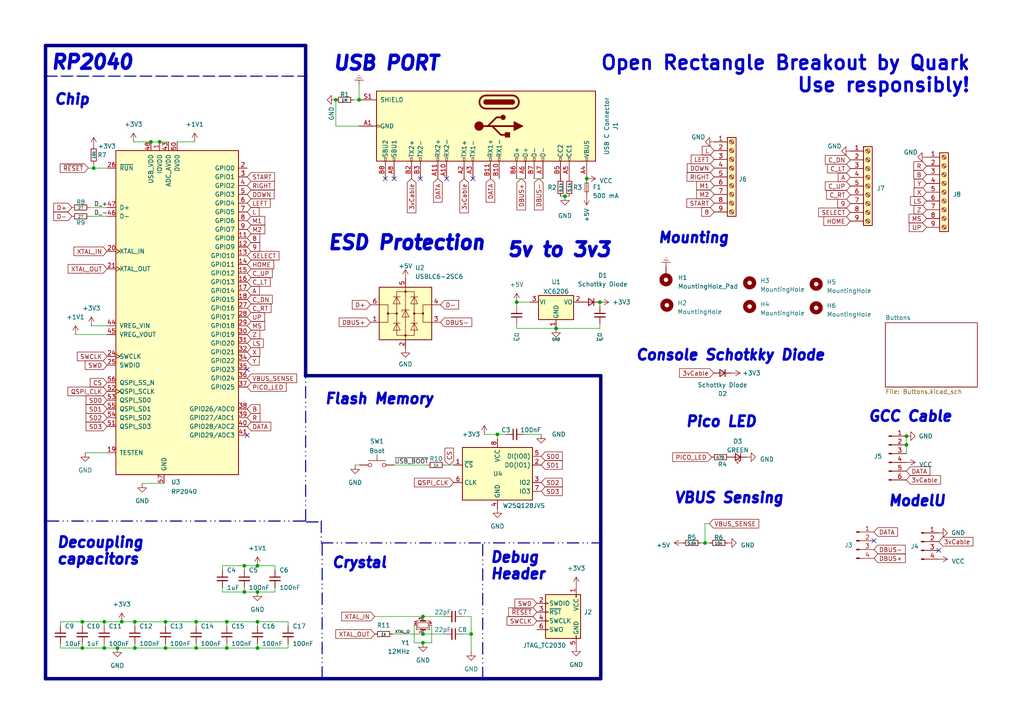
<source format=kicad_sch>
(kicad_sch (version 20230121) (generator eeschema)
  (paper "A4")
  (junction (at 74.676 164.084))
  (junction (at 140.001 196.85))
  (junction (at 39.116 187.96))
  (junction (at 56.896 180.34))
  (junction (at 65.786 187.96))
  (junction (at 104.14 28.956))
  (junction (at 23.876 180.34))
  (junction (at 30.226 180.34))
  (junction (at 35.306 180.34))
  (junction (at 122.682 178.816))
  (junction (at 174.244 157.4631))
  (junction (at 262.89 129.032))
  (junction (at 30.226 187.96))
  (junction (at 262.89 126.492))
  (junction (at 136.652 183.896))
  (junction (at 48.006 180.34))
  (junction (at 34.036 187.96))
  (junction (at 204.47 157.48))
  (junction (at 74.676 180.34))
  (junction (at 46.3108 41.148))
  (junction (at 13.208 22.098))
  (junction (at 149.86 87.63) (diameter 0.9144))
  (junction (at 70.866 164.084))
  (junction (at 122.682 186.436))
  (junction (at 56.896 187.96))
  (junction (at 43.7708 41.148))
  (junction (at 74.676 187.96))
  (junction (at 23.876 187.96))
  (junction (at 170.18 51.816))
  (junction (at 70.866 171.704))
  (junction (at 173.99 87.63))
  (junction (at 74.676 171.704))
  (junction (at 88.646 22.098))
  (junction (at 27.178 48.768))
  (junction (at 144.272 125.984))
  (junction (at 97.409 28.956))
  (junction (at 161.29 95.25) (diameter 0.9144))
  (junction (at 48.006 187.96))
  (junction (at 39.116 180.34))
  (junction (at 122.682 183.896))
  (junction (at 65.786 180.34))
  (junction (at 88.646 108.966))
  (junction (at 163.8554 56.896))
  (no_connect (at 272.288 159.639))
  (no_connect (at 71.7108 107.188))
  (no_connect (at 114.3 51.816))
  (no_connect (at 253.492 156.845))
  (no_connect (at 129.54 51.816))
  (no_connect (at 71.7108 126.238))
  (no_connect (at 137.16 51.816))
  (no_connect (at 111.76 51.816))
  (no_connect (at 121.92 51.816))
  (wire (pts (xy 31.0708 97.028) (xy 21.9014 97.028)))
  (wire (pts (xy 56.896 180.34) (xy 56.896 181.61)))
  (wire (pts (xy 17.526 187.96) (xy 23.876 187.96)))
  (wire (pts (xy 43.7708 41.148) (xy 46.3108 41.148)))
  (wire (pts (xy 136.652 178.816) (xy 136.652 183.896)))
  (wire (pts (xy 64.516 164.084) (xy 64.516 165.354)))
  (wire (pts (xy 56.896 186.69) (xy 56.896 187.96)))
  (wire (pts (xy 24.7208 131.318) (xy 31.0708 131.318)))
  (wire (pts (xy 125.222 181.356) (xy 125.222 186.436)))
  (wire (pts (xy 120.142 181.356) (xy 120.142 186.436)))
  (wire (pts (xy 23.876 187.96) (xy 30.226 187.96)))
  (wire (pts (xy 27.178 47.498) (xy 27.178 48.768)))
  (wire (pts (xy 70.866 164.084) (xy 70.866 165.354)))
  (wire (pts (xy 56.896 187.96) (xy 65.786 187.96)))
  (bus (pts (xy 174.244 157.4631) (xy 174.244 108.966)) (stroke (width 1)))
  (wire (pts (xy 74.676 187.96) (xy 83.566 187.96)))
  (wire (pts (xy 136.652 183.896) (xy 134.112 183.896)))
  (wire (pts (xy 17.526 180.34) (xy 23.876 180.34)))
  (wire (pts (xy 41.2308 140.208) (xy 47.5808 140.208)))
  (wire (pts (xy 114.427 134.874) (xy 123.952 134.874)))
  (wire (pts (xy 64.516 171.704) (xy 70.866 171.704)))
  (wire (pts (xy 102.997 134.874) (xy 104.267 134.874)))
  (wire (pts (xy 161.29 95.25) (xy 149.86 95.25)))
  (wire (pts (xy 129.032 183.896) (xy 122.682 183.896)))
  (wire (pts (xy 25.94 62.738) (xy 31.0708 62.738)))
  (wire (pts (xy 144.272 125.984) (xy 146.812 125.984)))
  (bus (pts (xy 88.646 108.966) (xy 174.244 108.966)) (stroke (width 1)))
  (bus (pts (xy 174.244 157.4631) (xy 174.244 157.48)))
  (wire (pts (xy 30.226 180.34) (xy 35.306 180.34)))
  (bus (pts (xy 88.646 13.208) (xy 88.646 22.098)) (stroke (width 1)))
  (wire (pts (xy 25.94 60.198) (xy 31.0708 60.198)))
  (wire (pts (xy 102.489 28.956) (xy 104.14 28.956)))
  (wire (pts (xy 79.756 164.084) (xy 79.756 165.354)))
  (wire (pts (xy 74.676 180.34) (xy 83.566 180.34)))
  (wire (pts (xy 149.86 87.63) (xy 149.86 88.9)))
  (wire (pts (xy 65.786 186.69) (xy 65.786 187.96)))
  (wire (pts (xy 39.116 187.96) (xy 48.006 187.96)))
  (wire (pts (xy 35.306 180.34) (xy 39.116 180.34)))
  (wire (pts (xy 203.2 157.48) (xy 204.47 157.48)))
  (wire (pts (xy 83.566 180.34) (xy 83.566 181.61)))
  (wire (pts (xy 51.3908 41.148) (xy 56.4708 41.148)))
  (wire (pts (xy 38.6908 41.148) (xy 43.7708 41.148)))
  (wire (pts (xy 39.116 187.96) (xy 39.116 186.69)))
  (wire (pts (xy 65.786 180.34) (xy 74.676 180.34)))
  (wire (pts (xy 74.676 171.704) (xy 79.756 171.704)))
  (wire (pts (xy 34.036 187.96) (xy 39.116 187.96)))
  (wire (pts (xy 48.006 180.34) (xy 48.006 181.61)))
  (wire (pts (xy 39.116 180.34) (xy 39.116 181.61)))
  (wire (pts (xy 83.566 187.96) (xy 83.566 186.69)))
  (wire (pts (xy 39.116 180.34) (xy 48.006 180.34)))
  (bus (pts (xy 140.001 196.85) (xy 174.244 196.85)) (stroke (width 1)))
  (bus (pts (xy 88.646 151.13) (xy 88.646 108.966)) (stroke (width 0) (type dash_dot_dot)))
  (wire (pts (xy 125.222 186.436) (xy 122.682 186.436)))
  (wire (pts (xy 74.676 164.084) (xy 79.756 164.084)))
  (bus (pts (xy 93.1852 151.13) (xy 93.1852 157.4631)) (stroke (width 0) (type dash_dot_dot)))
  (wire (pts (xy 108.712 178.816) (xy 122.682 178.816)))
  (wire (pts (xy 204.47 157.48) (xy 205.9178 157.48)))
  (wire (pts (xy 144.272 125.984) (xy 144.272 127.254)))
  (wire (pts (xy 104.14 24.511) (xy 104.14 28.956)))
  (wire (pts (xy 70.866 171.704) (xy 74.676 171.704)))
  (wire (pts (xy 30.226 180.34) (xy 23.876 180.34)))
  (wire (pts (xy 149.86 93.98) (xy 149.86 95.25)))
  (wire (pts (xy 30.226 180.34) (xy 30.226 181.61)))
  (wire (pts (xy 48.006 187.96) (xy 56.896 187.96)))
  (wire (pts (xy 262.89 129.032) (xy 262.89 131.572)))
  (wire (pts (xy 70.866 170.434) (xy 70.866 171.704)))
  (wire (pts (xy 162.56 56.896) (xy 163.8554 56.896)))
  (wire (pts (xy 129.032 134.874) (xy 131.572 134.874)))
  (wire (pts (xy 173.99 93.9546) (xy 173.99 95.25)))
  (wire (pts (xy 134.112 178.816) (xy 136.652 178.816)))
  (wire (pts (xy 97.409 36.576) (xy 97.409 28.956)))
  (wire (pts (xy 151.892 125.984) (xy 156.972 125.984)))
  (wire (pts (xy 74.676 180.34) (xy 74.676 181.61)))
  (bus (pts (xy 93.1852 157.4631) (xy 174.244 157.4631)) (stroke (width 0) (type dash_dot_dot)))
  (wire (pts (xy 120.142 186.436) (xy 122.682 186.436)))
  (wire (pts (xy 25.6351 48.768) (xy 27.178 48.768)))
  (wire (pts (xy 157.48 51.816) (xy 154.94 51.816)))
  (wire (pts (xy 48.006 187.96) (xy 48.006 186.69)))
  (wire (pts (xy 79.756 171.704) (xy 79.756 170.434)))
  (wire (pts (xy 70.866 164.084) (xy 64.516 164.084)))
  (wire (pts (xy 26.5242 94.488) (xy 31.0708 94.488)))
  (bus (pts (xy 13.208 22.098) (xy 88.646 22.098)) (stroke (width 0) (type dash)))
  (wire (pts (xy 140.462 125.984) (xy 144.272 125.984)))
  (bus (pts (xy 13.716 151.13) (xy 88.646 151.13)) (stroke (width 0) (type dash_dot_dot)))
  (wire (pts (xy 262.89 126.492) (xy 262.89 129.032)))
  (bus (pts (xy 174.244 196.85) (xy 174.244 157.4631)) (stroke (width 1)))
  (bus (pts (xy 88.646 22.098) (xy 88.646 108.966)) (stroke (width 1)))
  (wire (pts (xy 56.896 180.34) (xy 65.786 180.34)))
  (wire (pts (xy 17.526 181.61) (xy 17.526 180.34)))
  (wire (pts (xy 65.786 187.96) (xy 74.676 187.96)))
  (wire (pts (xy 46.3108 41.148) (xy 48.8508 41.148)))
  (wire (pts (xy 74.676 187.96) (xy 74.676 186.69)))
  (wire (pts (xy 163.8554 56.896) (xy 165.1 56.896)))
  (wire (pts (xy 17.526 186.69) (xy 17.526 187.96)))
  (wire (pts (xy 27.178 48.768) (xy 31.0708 48.768)))
  (wire (pts (xy 74.676 164.084) (xy 70.866 164.084)))
  (wire (pts (xy 97.409 36.576) (xy 104.14 36.576)))
  (wire (pts (xy 205.74 151.892) (xy 204.47 151.892)))
  (bus (pts (xy 140.001 196.85) (xy 140.001 157.48)) (stroke (width 0) (type dash_dot_dot)))
  (wire (pts (xy 23.876 180.34) (xy 23.876 181.61)))
  (wire (pts (xy 204.47 151.892) (xy 204.47 157.48)))
  (bus (pts (xy 13.208 13.208) (xy 13.208 22.098)) (stroke (width 1)))
  (wire (pts (xy 65.786 180.34) (xy 65.786 181.61)))
  (wire (pts (xy 30.226 186.69) (xy 30.226 187.96)))
  (wire (pts (xy 64.516 170.434) (xy 64.516 171.704)))
  (bus (pts (xy 93.4392 157.7171) (xy 93.4392 197.104)) (stroke (width 0) (type dash_dot_dot)))
  (wire (pts (xy 129.032 178.816) (xy 122.682 178.816)))
  (wire (pts (xy 173.99 88.8746) (xy 173.99 87.63)))
  (wire (pts (xy 122.682 183.896) (xy 113.792 183.896)))
  (wire (pts (xy 30.226 187.96) (xy 34.036 187.96)))
  (wire (pts (xy 23.876 186.69) (xy 23.876 187.96)))
  (bus (pts (xy 13.208 196.85) (xy 140.001 196.85)) (stroke (width 1)))
  (wire (pts (xy 136.652 183.896) (xy 136.652 188.976)))
  (bus (pts (xy 13.208 13.208) (xy 88.646 13.208)) (stroke (width 1)))
  (wire (pts (xy 48.006 180.34) (xy 56.896 180.34)))
  (bus (pts (xy 13.208 22.098) (xy 13.208 196.85)) (stroke (width 1)))
  (wire (pts (xy 161.29 95.25) (xy 173.99 95.25)))
  (wire (pts (xy 152.4 51.816) (xy 149.86 51.816)))
  (wire (pts (xy 149.86 87.63) (xy 153.67 87.63)))
  (bus (pts (xy 88.9 151.384) (xy 93.4392 151.384)) (stroke (width 0) (type dash_dot_dot)))
  (text "Console Schotkky Diode" (at 184.15 104.902 0) (effects (font (size 3 3) (thickness 2) bold italic) (justify left bottom)))
  (text "Crystal" (at 96.012 165.1 0) (effects (font (size 3 3) (thickness 2) bold italic) (justify left bottom)))
  (text "USB PORT" (at 96.266 20.828 0) (effects (font (size 4 4) (thickness 2) bold italic) (justify left bottom)))
  (text "Flash Memory" (at 93.98 117.602 0) (effects (font (size 3 3) (thickness 2) bold italic) (justify left bottom)))
  (text "ModelU" (at 257.429 147.193 0) (effects (font (size 3 3) (thickness 2) bold italic) (justify left bottom)))
  (text "Pico LED" (at 198.628 124.206 0) (effects (font (size 3 3) (thickness 2) bold italic) (justify left bottom)))
  (text "Mounting" (at 190.627 70.866 0) (effects (font (size 3 3) (thickness 2) bold italic) (justify left bottom)))
  (text "Open Rectangle Breakout by Quark\nUse responsibly!" (at 281.686 27.178 0) (effects (font (size 4 4) (thickness 0.8) bold) (justify right bottom)))
  (text "RP2040" (at 14.478 20.574 0) (effects (font (size 4 4) (thickness 2) bold italic) (justify left bottom)))
  (text "GCC Cable" (at 251.587 122.682 0) (effects (font (size 3 3) (thickness 2) bold italic) (justify left bottom)))
  (text "Debug\nHeader" (at 141.986 168.402 0) (effects (font (size 3 3) (thickness 2) bold italic) (justify left bottom)))
  (text "VBUS Sensing" (at 195.326 146.304 0) (effects (font (size 3 3) (thickness 2) bold italic) (justify left bottom)))
  (text "Chip" (at 15.494 30.734 0) (effects (font (size 3 3) (thickness 2) bold italic) (justify left bottom)))
  (text "5v to 3v3" (at 146.812 74.93 0) (effects (font (size 4 4) (thickness 2) bold italic) (justify left bottom)))
  (text "ESD Protection" (at 94.742 72.898 0) (effects (font (size 4 4) (thickness 2) bold italic) (justify left bottom)))
  (text "Decoupling\ncapacitors" (at 16.256 164.084 0) (effects (font (size 3 3) (thickness 2) bold italic) (justify left bottom)))
  (label "D_+" (at 27.2608 60.198 0))
  (label "~{USB_BOOT}" (at 114.427 134.874 0))
  (label "D_-" (at 27.2608 62.738 0))
  (label "XTAL_O" (at 118.872 183.896 180) (effects (font (size 0.8 0.8))))
  (global_label "C_DN" (shape input) (at 246.634 46.355 180) (property "Intersheetrefs" "${INTERSHEET_REFS}" (effects hide)))
  (global_label "D+" (shape input) (at 107.442 88.392 180) (property "Intersheetrefs" "${INTERSHEET_REFS}" (effects hide)))
  (global_label "R" (shape input) (at 268.732 48.133 180) (property "Intersheetrefs" "${INTERSHEET_REFS}" (effects hide)))
  (global_label "9" (shape input) (at 71.7108 71.628 0) (property "Intersheetrefs" "${INTERSHEET_REFS}" (effects hide)))
  (global_label "C_UP" (shape input) (at 71.7108 79.248 0) (property "Intersheetrefs" "${INTERSHEET_REFS}" (effects hide)))
  (global_label "DATA" (shape input) (at 253.492 154.305 0) (property "Intersheetrefs" "${INTERSHEET_REFS}" (effects hide)))
  (global_label "3vCable" (shape input) (at 134.62 51.816 270) (property "Intersheetrefs" "${INTERSHEET_REFS}" (effects hide)))
  (global_label "~{RESET}" (shape input) (at 155.702 177.546 180) (property "Intersheetrefs" "${INTERSHEET_REFS}" (effects hide)))
  (global_label "SWD" (shape input) (at 155.702 175.006 180) (property "Intersheetrefs" "${INTERSHEET_REFS}" (effects hide)))
  (global_label "SD0" (shape input) (at 31.0708 116.078 180) (property "Intersheetrefs" "${INTERSHEET_REFS}" (effects hide)))
  (global_label "START" (shape input) (at 71.7108 51.308 0) (property "Intersheetrefs" "${INTERSHEET_REFS}" (effects hide)))
  (global_label "QSPI_CLK" (shape input) (at 131.572 139.954 180) (property "Intersheetrefs" "${INTERSHEET_REFS}" (effects hide)))
  (global_label "LS" (shape input) (at 268.732 58.293 180) (property "Intersheetrefs" "${INTERSHEET_REFS}" (effects hide)))
  (global_label "SD0" (shape input) (at 156.972 132.334 0) (property "Intersheetrefs" "${INTERSHEET_REFS}" (effects hide)))
  (global_label "D-" (shape input) (at 20.86 62.738 180) (property "Intersheetrefs" "${INTERSHEET_REFS}" (effects hide)))
  (global_label "DATA" (shape input) (at 71.7108 123.698 0) (property "Intersheetrefs" "${INTERSHEET_REFS}" (effects hide)))
  (global_label "SWD" (shape input) (at 31.0708 105.918 180) (property "Intersheetrefs" "${INTERSHEET_REFS}" (effects hide)))
  (global_label "SD3" (shape input) (at 156.972 142.494 0) (property "Intersheetrefs" "${INTERSHEET_REFS}" (effects hide)))
  (global_label "M1" (shape input) (at 71.7108 64.008 0) (property "Intersheetrefs" "${INTERSHEET_REFS}" (effects hide)))
  (global_label "PICO_LED" (shape input) (at 71.7108 112.268 0) (property "Intersheetrefs" "${INTERSHEET_REFS}" (effects hide)))
  (global_label "X" (shape input) (at 268.732 55.753 180) (property "Intersheetrefs" "${INTERSHEET_REFS}" (effects hide)))
  (global_label "RIGHT" (shape input) (at 207.137 51.308 180) (property "Intersheetrefs" "${INTERSHEET_REFS}" (effects hide)))
  (global_label "PICO_LED" (shape input) (at 206.4258 132.588 180) (property "Intersheetrefs" "${INTERSHEET_REFS}" (effects hide)))
  (global_label "VBUS_SENSE" (shape input) (at 205.74 151.892 0) (property "Intersheetrefs" "${INTERSHEET_REFS}" (effects hide)))
  (global_label "DATA" (shape input) (at 262.89 136.652 0) (property "Intersheetrefs" "${INTERSHEET_REFS}" (effects hide)))
  (global_label "MS" (shape input) (at 71.7108 94.488 0) (property "Intersheetrefs" "${INTERSHEET_REFS}" (effects hide)))
  (global_label "DATA" (shape input) (at 142.24 51.816 270) (property "Intersheetrefs" "${INTERSHEET_REFS}" (effects hide)))
  (global_label "SD1" (shape input) (at 31.0708 118.618 180) (property "Intersheetrefs" "${INTERSHEET_REFS}" (effects hide)))
  (global_label "M2" (shape input) (at 207.137 56.388 180) (property "Intersheetrefs" "${INTERSHEET_REFS}" (effects hide)))
  (global_label "M1" (shape input) (at 207.137 53.848 180) (property "Intersheetrefs" "${INTERSHEET_REFS}" (effects hide)))
  (global_label "MS" (shape input) (at 268.732 63.373 180) (property "Intersheetrefs" "${INTERSHEET_REFS}" (effects hide)))
  (global_label "SD3" (shape input) (at 31.0708 123.698 180) (property "Intersheetrefs" "${INTERSHEET_REFS}" (effects hide)))
  (global_label "HOME" (shape input) (at 71.7108 76.708 0) (property "Intersheetrefs" "${INTERSHEET_REFS}" (effects hide)))
  (global_label "XTAL_OUT" (shape input) (at 31.0708 77.978 180) (property "Intersheetrefs" "${INTERSHEET_REFS}" (effects hide)))
  (global_label "C_LT" (shape input) (at 71.7108 81.788 0) (property "Intersheetrefs" "${INTERSHEET_REFS}" (effects hide)))
  (global_label "DBUS-" (shape input) (at 127.762 93.472 0) (property "Intersheetrefs" "${INTERSHEET_REFS}" (effects hide)))
  (global_label "DBUS-" (shape input) (at 253.492 159.385 0) (property "Intersheetrefs" "${INTERSHEET_REFS}" (effects hide)))
  (global_label "SELECT" (shape input) (at 246.634 61.595 180) (property "Intersheetrefs" "${INTERSHEET_REFS}" (effects hide)))
  (global_label "R" (shape input) (at 71.7108 121.158 0) (property "Intersheetrefs" "${INTERSHEET_REFS}" (effects hide)))
  (global_label "A" (shape input) (at 71.7108 84.328 0) (property "Intersheetrefs" "${INTERSHEET_REFS}" (effects hide)))
  (global_label "Z" (shape input) (at 268.732 60.833 180) (property "Intersheetrefs" "${INTERSHEET_REFS}" (effects hide)))
  (global_label "D-" (shape input) (at 127.762 88.392 0) (property "Intersheetrefs" "${INTERSHEET_REFS}" (effects hide)))
  (global_label "M2" (shape input) (at 71.7108 66.548 0) (property "Intersheetrefs" "${INTERSHEET_REFS}" (effects hide)))
  (global_label "CS" (shape input) (at 31.0708 110.998 180) (property "Intersheetrefs" "${INTERSHEET_REFS}" (effects hide)))
  (global_label "A" (shape input) (at 246.634 51.435 180) (property "Intersheetrefs" "${INTERSHEET_REFS}" (effects hide)))
  (global_label "SD2" (shape input) (at 156.972 139.954 0) (property "Intersheetrefs" "${INTERSHEET_REFS}" (effects hide)))
  (global_label "L" (shape input) (at 207.137 43.688 180) (property "Intersheetrefs" "${INTERSHEET_REFS}" (effects hide)))
  (global_label "B" (shape input) (at 268.732 50.673 180) (property "Intersheetrefs" "${INTERSHEET_REFS}" (effects hide)))
  (global_label "L" (shape input) (at 71.7108 61.468 0) (property "Intersheetrefs" "${INTERSHEET_REFS}" (effects hide)))
  (global_label "DBUS+" (shape input) (at 253.492 161.925 0) (property "Intersheetrefs" "${INTERSHEET_REFS}" (effects hide)))
  (global_label "3vCable" (shape input) (at 207.01 108.204 180) (property "Intersheetrefs" "${INTERSHEET_REFS}" (effects hide)))
  (global_label "8" (shape input) (at 71.7108 69.088 0) (property "Intersheetrefs" "${INTERSHEET_REFS}" (effects hide)))
  (global_label "DBUS-" (shape input) (at 156.2608 51.816 270) (property "Intersheetrefs" "${INTERSHEET_REFS}" (effects hide)))
  (global_label "Z" (shape input) (at 71.7108 97.028 0) (property "Intersheetrefs" "${INTERSHEET_REFS}" (effects hide)))
  (global_label "CS" (shape input) (at 130.302 134.874 90) (property "Intersheetrefs" "${INTERSHEET_REFS}" (effects hide)))
  (global_label "3vCable" (shape input) (at 262.89 139.192 0) (property "Intersheetrefs" "${INTERSHEET_REFS}" (effects hide)))
  (global_label "C_RT" (shape input) (at 71.7108 89.408 0) (property "Intersheetrefs" "${INTERSHEET_REFS}" (effects hide)))
  (global_label "C_DN" (shape input) (at 71.7108 86.868 0) (property "Intersheetrefs" "${INTERSHEET_REFS}" (effects hide)))
  (global_label "SELECT" (shape input) (at 71.7108 74.168 0) (property "Intersheetrefs" "${INTERSHEET_REFS}" (effects hide)))
  (global_label "XTAL_IN" (shape input) (at 31.0708 72.898 180) (property "Intersheetrefs" "${INTERSHEET_REFS}" (effects hide)))
  (global_label "VBUS_SENSE" (shape input) (at 71.7108 109.728 0) (property "Intersheetrefs" "${INTERSHEET_REFS}" (effects hide)))
  (global_label "DOWN" (shape input) (at 207.137 48.768 180) (property "Intersheetrefs" "${INTERSHEET_REFS}" (effects hide)))
  (global_label "RIGHT" (shape input) (at 71.7108 53.848 0) (property "Intersheetrefs" "${INTERSHEET_REFS}" (effects hide)))
  (global_label "D+" (shape input) (at 20.86 60.198 180) (property "Intersheetrefs" "${INTERSHEET_REFS}" (effects hide)))
  (global_label "HOME" (shape input) (at 246.634 64.135 180) (property "Intersheetrefs" "${INTERSHEET_REFS}" (effects hide)))
  (global_label "3vCable" (shape input) (at 272.288 157.099 0) (property "Intersheetrefs" "${INTERSHEET_REFS}" (effects hide)))
  (global_label "QSPI_CLK" (shape input) (at 31.0708 113.538 180) (property "Intersheetrefs" "${INTERSHEET_REFS}" (effects hide)))
  (global_label "START" (shape input) (at 207.137 58.928 180) (property "Intersheetrefs" "${INTERSHEET_REFS}" (effects hide)))
  (global_label "B" (shape input) (at 71.7108 118.618 0) (property "Intersheetrefs" "${INTERSHEET_REFS}" (effects hide)))
  (global_label "DBUS+" (shape input) (at 107.442 93.472 180) (property "Intersheetrefs" "${INTERSHEET_REFS}" (effects hide)))
  (global_label "8" (shape input) (at 207.137 61.468 180) (property "Intersheetrefs" "${INTERSHEET_REFS}" (effects hide)))
  (global_label "DBUS+" (shape input) (at 151.1808 51.816 270) (property "Intersheetrefs" "${INTERSHEET_REFS}" (effects hide)))
  (global_label "C_RT" (shape input) (at 246.634 56.515 180) (property "Intersheetrefs" "${INTERSHEET_REFS}" (effects hide)))
  (global_label "~{RESET}" (shape input) (at 25.6351 48.768 180) (property "Intersheetrefs" "${INTERSHEET_REFS}" (effects hide)))
  (global_label "C_LT" (shape input) (at 246.634 48.895 180) (property "Intersheetrefs" "${INTERSHEET_REFS}" (effects hide)))
  (global_label "XTAL_OUT" (shape input) (at 108.712 183.896 180) (property "Intersheetrefs" "${INTERSHEET_REFS}" (effects hide)))
  (global_label "3vCable" (shape input) (at 119.38 51.816 270) (property "Intersheetrefs" "${INTERSHEET_REFS}" (effects hide)))
  (global_label "SWCLK" (shape input) (at 31.0708 103.378 180) (property "Intersheetrefs" "${INTERSHEET_REFS}" (effects hide)))
  (global_label "LS" (shape input) (at 71.7108 99.568 0) (property "Intersheetrefs" "${INTERSHEET_REFS}" (effects hide)))
  (global_label "LEFT" (shape input) (at 71.7108 58.928 0) (property "Intersheetrefs" "${INTERSHEET_REFS}" (effects hide)))
  (global_label "C_UP" (shape input) (at 246.634 53.975 180) (property "Intersheetrefs" "${INTERSHEET_REFS}" (effects hide)))
  (global_label "SD2" (shape input) (at 31.0708 121.158 180) (property "Intersheetrefs" "${INTERSHEET_REFS}" (effects hide)))
  (global_label "Y" (shape input) (at 71.7108 104.648 0) (property "Intersheetrefs" "${INTERSHEET_REFS}" (effects hide)))
  (global_label "SWCLK" (shape input) (at 155.702 180.086 180) (property "Intersheetrefs" "${INTERSHEET_REFS}" (effects hide)))
  (global_label "DOWN" (shape input) (at 71.7108 56.388 0) (property "Intersheetrefs" "${INTERSHEET_REFS}" (effects hide)))
  (global_label "UP" (shape input) (at 268.732 65.913 180) (property "Intersheetrefs" "${INTERSHEET_REFS}" (effects hide)))
  (global_label "SD1" (shape input) (at 156.972 134.874 0) (property "Intersheetrefs" "${INTERSHEET_REFS}" (effects hide)))
  (global_label "LEFT" (shape input) (at 207.137 46.228 180) (property "Intersheetrefs" "${INTERSHEET_REFS}" (effects hide)))
  (global_label "DATA" (shape input) (at 127 51.816 270) (property "Intersheetrefs" "${INTERSHEET_REFS}" (effects hide)))
  (global_label "UP" (shape input) (at 71.7108 91.948 0) (property "Intersheetrefs" "${INTERSHEET_REFS}" (effects hide)))
  (global_label "X" (shape input) (at 71.7108 102.108 0) (property "Intersheetrefs" "${INTERSHEET_REFS}" (effects hide)))
  (global_label "XTAL_IN" (shape input) (at 108.712 178.816 180) (property "Intersheetrefs" "${INTERSHEET_REFS}" (effects hide)))
  (global_label "9" (shape input) (at 246.634 59.055 180) (property "Intersheetrefs" "${INTERSHEET_REFS}" (effects hide)))
  (global_label "Y" (shape input) (at 268.732 53.213 180) (property "Intersheetrefs" "${INTERSHEET_REFS}" (effects hide)))
  (symbol (lib_id "Device:R_Small") (at 200.66 157.48 90) (unit 1)
    (property "Reference" "R5" (at 201.9647 155.8771 90) (effects (justify left)))
    (property "Value" "5.6k" (at 202.0165 157.5469 90) (effects (font (size 0.8 0.8)) (justify left)))
    (property "Footprint" "Resistor_SMD:R_0402_1005Metric" (effects hide))
  )
  (symbol (lib_id "Device:R_Small") (at 23.4 62.738 90) (unit 1)
    (property "Reference" "R9" (at 23.4 64.6176 90))
    (property "Value" "27" (at 23.4 62.8396 90) (effects (font (size 0.8 0.8))))
    (property "Footprint" "Resistor_SMD:R_0603_1608Metric" (effects hide))
    (property "LCSC" "C25190" (effects hide))
  )
  (symbol (lib_id "power:GND") (at 216.5858 132.588 90) (unit 1)
    (property "Reference" "#PWR018" (effects hide))
    (property "Value" "GND" (at 220.3958 133.223 90) (effects (justify right)))
  )
  (symbol (lib_id "Sleep-lib:RP2040") (at 51.3908 91.948 0) (unit 1)
    (property "Reference" "U3" (at 49.6002 139.8175 0) (effects (justify left)))
    (property "Value" "RP2040" (at 49.6002 142.5926 0) (effects (justify left)))
    (property "Footprint" "footprints:RP2040-QFN-56" (effects hide))
    (property "Datasheet" "https://datasheets.raspberrypi.com/rp2040/rp2040-datasheet.pdf" (effects hide))
    (property "LCSC" "C2040" (effects hide))
  )
  (symbol (lib_id "power:GND") (at 102.997 134.874 0) (unit 1)
    (property "Reference" "#PWR019" (effects hide))
    (property "Value" "GND" (at 102.997 139.954 0))
  )
  (symbol (lib_id "Device:Fuse_Small") (at 170.18 54.356 270) (unit 1)
    (property "Reference" "F1" (at 171.9072 54.2544 90) (effects (justify left)))
    (property "Value" "500 mA" (at 171.9072 56.7944 90) (effects (justify left)))
    (property "Footprint" "Fuse:Fuse_1206_3216Metric" (effects hide))
  )
  (symbol (lib_id "power:GND") (at 246.634 43.815 270) (unit 1)
    (property "Reference" "#PWR040" (effects hide))
    (property "Value" "GND" (at 244.094 42.418 90) (effects (justify right)))
  )
  (symbol (lib_id "Device:C_Small") (at 70.866 167.894 0) (unit 1)
    (property "Reference" "C5" (at 72.136 165.3539 0) (effects (justify left)))
    (property "Value" "100nF" (at 72.136 170.4339 0) (effects (justify left)))
    (property "Footprint" "Capacitor_SMD:C_0402_1005Metric" (effects hide))
    (property "LCSC" "C1525" (effects hide))
  )
  (symbol (lib_id "Device:D_Small") (at 171.45 87.63 180) (unit 1)
    (property "Reference" "D1" (at 174.8028 79.883 0))
    (property "Value" "Schottky Diode" (at 174.8028 82.423 0))
    (property "Footprint" "Diode_SMD:D_SOD-123" (effects hide))
    (property "LCSC" "C130880" (effects hide))
  )
  (symbol (lib_id "power:Earth") (at 104.14 24.511 180) (unit 1)
    (property "Reference" "#PWR037" (effects hide))
    (property "Value" "Earth" (effects hide))
  )
  (symbol (lib_id "Device:C_Small") (at 56.896 184.15 0) (unit 1)
    (property "Reference" "C14" (at 58.166 181.6099 0) (effects (justify left)))
    (property "Value" "100nF" (at 58.166 186.6899 0) (effects (justify left)))
    (property "Footprint" "Capacitor_SMD:C_0402_1005Metric" (effects hide))
    (property "LCSC" "C1525" (effects hide))
  )
  (symbol (lib_id "Device:Crystal_GND24_Small") (at 122.682 181.356 270) (mirror x) (unit 1)
    (property "Reference" "Y1" (at 118.872 186.436 90) (effects (justify right)))
    (property "Value" "12MHz" (at 118.872 188.976 90) (effects (justify right)))
    (property "Footprint" "Crystal:Crystal_SMD_3225-4Pin_3.2x2.5mm" (effects hide))
    (property "LCSC" "C9002" (effects hide))
  )
  (symbol (lib_id "power:+1V1") (at 21.9014 97.028 0) (unit 1)
    (property "Reference" "#PWR012" (effects hide))
    (property "Value" "+1V1" (at 21.9014 91.948 0))
  )
  (symbol (lib_id "Device:C_Small") (at 149.86 91.44 180) (unit 1)
    (property "Reference" "C2" (at 149.86 97.155 0) (effects (font (size 0.762 0.762))))
    (property "Value" "1uF" (at 149.86 98.425 0) (effects (font (size 0.762 0.762))))
    (property "Footprint" "Capacitor_SMD:C_0402_1005Metric" (effects hide))
    (property "LCSC" "C52923" (effects hide))
  )
  (symbol (lib_id "marbastlib-various:JTAG_TC2030") (at 162.052 180.086 0) (unit 1)
    (property "Reference" "J2" (at 169.3418 177.5459 0) (effects (justify left)))
    (property "Value" "JTAG_TC2030" (at 151.638 187.198 0) (effects (justify left)))
    (property "Footprint" "marbastlib-various:CON_TC2030_outlined" (effects hide))
    (property "Datasheet" " ~" (effects hide))
  )
  (symbol (lib_id "Device:C_Small") (at 149.352 125.984 90) (unit 1)
    (property "Reference" "C3" (at 148.0819 124.714 90) (effects (justify left)))
    (property "Value" "100nF" (at 156.9719 124.714 90) (effects (justify left)))
    (property "Footprint" "Capacitor_SMD:C_0402_1005Metric" (effects hide))
    (property "LCSC" "C1525" (effects hide))
  )
  (symbol (lib_id "Mechanical:MountingHole") (at 236.728 89.281 0) (unit 1)
    (property "Reference" "H6" (at 239.776 88.646 0) (effects (justify left)))
    (property "Value" "MountingHole" (at 239.776 91.186 0) (effects (justify left)))
    (property "Footprint" "MountingHole:MountingHole_2.1mm" (effects hide))
  )
  (symbol (lib_id "Connector:Screw_Terminal_01x09") (at 212.217 51.308 0) (unit 1)
    (property "Reference" "J6" (at 214.249 51.943 0) (effects (justify left)))
    (property "Value" "Screw_Terminal_01x09" (effects hide))
    (property "Footprint" "Connector_PinHeader_2.54mm:PinHeader_1x09_P2.54mm_Vertical" (effects hide))
  )
  (symbol (lib_id "Mechanical:MountingHole") (at 217.424 88.9 0) (unit 1)
    (property "Reference" "H4" (at 220.472 88.265 0) (effects (justify left)))
    (property "Value" "MountingHole" (at 220.472 90.805 0) (effects (justify left)))
    (property "Footprint" "MountingHole:MountingHole_2.1mm" (effects hide))
  )
  (symbol (lib_id "power:+3V3") (at 167.132 169.926 0) (unit 1)
    (property "Reference" "#PWR025" (effects hide))
    (property "Value" "+3V3" (at 167.132 164.846 0))
  )
  (symbol (lib_id "Connector:Conn_01x04_Pin") (at 248.412 156.845 0) (unit 1)
    (property "Reference" "J3" (at 246.126 158.115 0))
    (property "Value" "Conn_01x04_Pin" (effects hide))
    (property "Footprint" "Connector_PinHeader_2.54mm:PinHeader_1x04_P2.54mm_Vertical" (effects hide))
  )
  (symbol (lib_id "Device:R_Small") (at 111.252 183.896 270) (mirror x) (unit 1)
    (property "Reference" "R11" (at 111.252 181.356 90))
    (property "Value" "1k" (at 111.252 183.9909 90) (effects (font (size 0.8 0.8))))
    (property "Footprint" "Resistor_SMD:R_0402_1005Metric" (effects hide))
    (property "LCSC" "C11702" (effects hide))
  )
  (symbol (lib_id "power:GND") (at 41.2308 140.208 0) (unit 1)
    (property "Reference" "#PWR020" (effects hide))
    (property "Value" "GND" (at 41.2308 145.288 0))
  )
  (symbol (lib_id "Device:R_Small") (at 162.56 54.356 180) (unit 1)
    (property "Reference" "R2" (at 161.4931 54.356 0) (effects (justify left)))
    (property "Value" "5.1k" (at 162.6616 53.0352 90) (effects (font (size 0.8 0.8)) (justify left)))
    (property "Footprint" "Resistor_SMD:R_0402_1005Metric" (effects hide))
    (property "LCSC" "C25744" (effects hide))
  )
  (symbol (lib_id "Device:R_Small") (at 23.4 60.198 90) (unit 1)
    (property "Reference" "R8" (at 23.4 58.6486 90))
    (property "Value" "27" (at 23.4 60.2996 90) (effects (font (size 0.8 0.8))))
    (property "Footprint" "Resistor_SMD:R_0603_1608Metric" (effects hide))
    (property "LCSC" "C25190" (effects hide))
  )
  (symbol (lib_id "power:+3V3") (at 27.178 42.418 0) (unit 1)
    (property "Reference" "#PWR04" (effects hide))
    (property "Value" "+3V3" (at 30.988 42.418 0))
  )
  (symbol (lib_id "Device:R_Small") (at 208.4578 157.48 90) (unit 1)
    (property "Reference" "R6" (at 209.7949 155.9071 90) (effects (justify left)))
    (property "Value" "10k" (at 209.5918 157.5916 90) (effects (font (size 0.8 0.8)) (justify left)))
    (property "Footprint" "Resistor_SMD:R_0402_1005Metric" (effects hide))
  )
  (symbol (lib_id "Device:C_Small") (at 173.99 91.4146 180) (unit 1)
    (property "Reference" "C1" (at 173.99 97.1296 0) (effects (font (size 0.762 0.762))))
    (property "Value" "1uF" (at 173.99 98.3996 0) (effects (font (size 0.762 0.762))))
    (property "Footprint" "Capacitor_SMD:C_0402_1005Metric" (effects hide))
    (property "LCSC" "C52923" (effects hide))
  )
  (symbol (lib_id "power:GND") (at 272.288 154.559 90) (unit 1)
    (property "Reference" "#PWR032" (effects hide))
    (property "Value" "GND" (at 275.844 154.559 90) (effects (justify right)))
  )
  (symbol (lib_id "Device:C_Small") (at 79.756 167.894 0) (unit 1)
    (property "Reference" "C6" (at 81.026 165.3539 0) (effects (justify left)))
    (property "Value" "100nF" (at 81.026 170.4339 0) (effects (justify left)))
    (property "Footprint" "Capacitor_SMD:C_0402_1005Metric" (effects hide))
    (property "LCSC" "C1525" (effects hide))
  )
  (symbol (lib_id "Device:D_Small") (at 209.55 108.204 180) (unit 1)
    (property "Reference" "D2" (at 209.55 114.1984 0))
    (property "Value" "Schottky Diode" (at 209.55 111.6584 0))
    (property "Footprint" "Diode_SMD:D_SOD-123" (effects hide))
    (property "LCSC" "C130880" (effects hide))
  )
  (symbol (lib_id "power:+3V3") (at 35.306 180.34 0) (unit 1)
    (property "Reference" "#PWR027" (effects hide))
    (property "Value" "+3V3" (at 35.306 175.26 0))
  )
  (symbol (lib_id "Connector:Conn_01x06_Pin") (at 257.81 131.572 0) (unit 1)
    (property "Reference" "J5" (at 254.635 132.334 0))
    (property "Value" "GCC Cable" (effects hide))
    (property "Footprint" "Connector_PinHeader_2.00mm:PinHeader_1x06_P2.00mm_Vertical" (effects hide))
  )
  (symbol (lib_id "power:GND") (at 136.652 188.976 0) (mirror y) (unit 1)
    (property "Reference" "#PWR031" (effects hide))
    (property "Value" "GND" (at 136.652 194.056 0))
  )
  (symbol (lib_id "Device:C_Small") (at 64.516 167.894 0) (unit 1)
    (property "Reference" "C4" (at 65.786 165.3539 0) (effects (justify left)))
    (property "Value" "1uF" (at 65.786 170.4339 0) (effects (justify left)))
    (property "Footprint" "Capacitor_SMD:C_0402_1005Metric" (effects hide))
    (property "LCSC" "C52923" (effects hide))
  )
  (symbol (lib_id "power:+1V1") (at 74.676 164.084 0) (unit 1)
    (property "Reference" "#PWR024" (effects hide))
    (property "Value" "+1V1" (at 74.676 159.004 0))
  )
  (symbol (lib_id "Regulator_Linear:XC6206PxxxMR") (at 161.29 87.63 0) (unit 1)
    (property "Reference" "U1" (at 161.29 81.7585 0))
    (property "Value" "XC6206" (at 161.29 84.5336 0))
    (property "Footprint" "Package_TO_SOT_SMD:SOT-23" (effects hide))
    (property "Datasheet" "https://www.torexsemi.com/file/xc6206/XC6206.pdf" (effects hide))
    (property "LCSC" "C5446" (effects hide))
  )
  (symbol (lib_id "Device:LED_Small") (at 214.0458 132.588 180) (unit 1)
    (property "Reference" "D3" (at 213.9823 128.016 0))
    (property "Value" "GREEN" (at 213.9823 130.556 0))
    (property "Footprint" "LED_SMD:LED_0805_2012Metric" (effects hide))
    (property "LCSC" "C2297" (effects hide))
  )
  (symbol (lib_id "Device:C_Small") (at 17.526 184.15 0) (unit 1)
    (property "Reference" "C9" (at 18.796 181.6099 0) (effects (justify left)))
    (property "Value" "10uF" (at 18.796 186.6899 0) (effects (justify left)))
    (property "Footprint" "Capacitor_SMD:C_0402_1005Metric" (effects hide))
    (property "LCSC" "C15525" (effects hide))
  )
  (symbol (lib_id "Device:C_Small") (at 39.116 184.15 0) (unit 1)
    (property "Reference" "C12" (at 40.386 181.6099 0) (effects (justify left)))
    (property "Value" "100nF" (at 40.386 186.6899 0) (effects (justify left)))
    (property "Footprint" "Capacitor_SMD:C_0402_1005Metric" (effects hide))
    (property "LCSC" "C1525" (effects hide))
  )
  (symbol (lib_id "power:GND") (at 210.9978 157.48 90) (unit 1)
    (property "Reference" "#PWR023" (effects hide))
    (property "Value" "GND" (at 214.8078 158.115 90) (effects (justify right)))
  )
  (symbol (lib_id "Device:R_Small") (at 27.178 44.958 0) (unit 1)
    (property "Reference" "R7" (at 28.2449 44.958 0) (effects (justify left)))
    (property "Value" "10k" (at 27.2543 46.0756 90) (effects (font (size 0.8 0.8)) (justify left)))
    (property "Footprint" "Resistor_SMD:R_0402_1005Metric" (effects hide))
    (property "LCSC" "C25744" (effects hide))
  )
  (symbol (lib_id "power:GND") (at 207.137 41.148 270) (unit 1)
    (property "Reference" "#PWR041" (effects hide))
    (property "Value" "GND" (at 204.597 39.751 90) (effects (justify right)))
  )
  (symbol (lib_id "power:GND") (at 268.732 45.593 270) (unit 1)
    (property "Reference" "#PWR039" (effects hide))
    (property "Value" "GND" (at 266.192 44.196 90) (effects (justify right)))
  )
  (symbol (lib_id "Device:C_Small") (at 131.572 178.816 270) (mirror x) (unit 1)
    (property "Reference" "C7" (at 134.112 177.546 90))
    (property "Value" "22pF" (at 128.397 177.546 90))
    (property "Footprint" "Capacitor_SMD:C_0402_1005Metric" (effects hide))
    (property "LCSC" "C1555" (effects hide))
  )
  (symbol (lib_id "power:+3.3V") (at 173.99 87.63 270) (unit 1)
    (property "Reference" "#PWR09" (effects hide))
    (property "Value" "+3.3V" (at 177.6222 87.6299 90) (effects (justify left)))
  )
  (symbol (lib_id "Mechanical:MountingHole_Pad") (at 193.167 79.883 180) (unit 1)
    (property "Reference" "H1" (at 196.596 80.518 0) (effects (justify right)))
    (property "Value" "MountingHole_Pad" (at 196.596 83.058 0) (effects (justify right)))
    (property "Footprint" "MountingHole:MountingHole_2.2mm_M2_ISO14580_Pad" (effects hide))
  )
  (symbol (lib_id "power:GND") (at 74.676 171.704 0) (unit 1)
    (property "Reference" "#PWR026" (effects hide))
    (property "Value" "GND" (at 74.676 176.784 0))
  )
  (symbol (lib_id "power:GND") (at 262.89 126.492 90) (unit 1)
    (property "Reference" "#PWR035" (effects hide))
    (property "Value" "GND" (at 266.446 126.492 90) (effects (justify right)))
  )
  (symbol (lib_id "power:GND") (at 34.036 187.96 0) (unit 1)
    (property "Reference" "#PWR030" (effects hide))
    (property "Value" "GND" (at 34.036 193.04 0))
  )
  (symbol (lib_id "power:+3V3") (at 38.6908 41.148 0) (unit 1)
    (property "Reference" "#PWR02" (effects hide))
    (property "Value" "+3V3" (at 38.6908 36.068 0))
  )
  (symbol (lib_id "Mechanical:MountingHole") (at 236.728 82.423 0) (unit 1)
    (property "Reference" "H5" (at 239.776 81.788 0) (effects (justify left)))
    (property "Value" "MountingHole" (at 239.776 84.328 0) (effects (justify left)))
    (property "Footprint" "MountingHole:MountingHole_2.1mm" (effects hide))
  )
  (symbol (lib_id "power:+3V3") (at 26.5242 94.488 0) (unit 1)
    (property "Reference" "#PWR010" (effects hide))
    (property "Value" "+3V3" (at 26.5242 89.408 0))
  )
  (symbol (lib_id "Device:C_Small") (at 83.566 184.15 0) (unit 1)
    (property "Reference" "C17" (at 84.836 181.6099 0) (effects (justify left)))
    (property "Value" "100nF" (at 84.836 186.6899 0) (effects (justify left)))
    (property "Footprint" "Capacitor_SMD:C_0402_1005Metric" (effects hide))
    (property "LCSC" "C1525" (effects hide))
  )
  (symbol (lib_id "Device:C_Small") (at 23.876 184.15 0) (unit 1)
    (property "Reference" "C10" (at 25.146 181.6099 0) (effects (justify left)))
    (property "Value" "1uF" (at 25.146 186.6899 0) (effects (justify left)))
    (property "Footprint" "Capacitor_SMD:C_0402_1005Metric" (effects hide))
    (property "LCSC" "C52923" (effects hide))
  )
  (symbol (lib_id "Device:C_Small") (at 48.006 184.15 0) (unit 1)
    (property "Reference" "C13" (at 49.276 181.6099 0) (effects (justify left)))
    (property "Value" "100nF" (at 49.276 186.6899 0) (effects (justify left)))
    (property "Footprint" "Capacitor_SMD:C_0402_1005Metric" (effects hide))
    (property "LCSC" "C1525" (effects hide))
  )
  (symbol (lib_id "power:GND") (at 161.29 95.25 0) (unit 1)
    (property "Reference" "#PWR011" (effects hide))
    (property "Value" "GND" (at 161.29 98.425 0) (effects (font (size 0.762 0.762))))
  )
  (symbol (lib_id "power:GND") (at 167.132 187.706 0) (unit 1)
    (property "Reference" "#PWR029" (effects hide))
    (property "Value" "GND" (at 167.132 192.786 0))
  )
  (symbol (lib_id "Mechanical:MountingHole") (at 193.421 88.519 0) (unit 1)
    (property "Reference" "H2" (at 196.469 87.884 0) (effects (justify left)))
    (property "Value" "MountingHole" (at 196.469 90.424 0) (effects (justify left)))
    (property "Footprint" "MountingHole:MountingHole_2.1mm" (effects hide))
  )
  (symbol (lib_id "power:+1V1") (at 56.4708 41.148 0) (unit 1)
    (property "Reference" "#PWR03" (effects hide))
    (property "Value" "+1V1" (at 56.4708 36.068 0))
  )
  (symbol (lib_id "power:+3V3") (at 212.09 108.204 270) (unit 1)
    (property "Reference" "#PWR014" (effects hide))
    (property "Value" "+3V3" (at 220.6244 108.204 90) (effects (justify right)))
  )
  (symbol (lib_id "Device:R_Small") (at 165.1 54.356 0) (unit 1)
    (property "Reference" "R3" (at 166.1669 54.356 0) (effects (justify left)))
    (property "Value" "5.1k" (at 165.2016 55.6768 90) (effects (font (size 0.8 0.8)) (justify left)))
    (property "Footprint" "Resistor_SMD:R_0402_1005Metric" (effects hide))
    (property "LCSC" "C25744" (effects hide))
  )
  (symbol (lib_id "Device:C_Small") (at 30.226 184.15 0) (unit 1)
    (property "Reference" "C11" (at 31.496 181.6099 0) (effects (justify left)))
    (property "Value" "100nF" (at 31.496 186.6899 0) (effects (justify left)))
    (property "Footprint" "Capacitor_SMD:C_0402_1005Metric" (effects hide))
    (property "LCSC" "C1525" (effects hide))
  )
  (symbol (lib_id "Memory_Flash:W25Q128JVS") (at 144.272 137.414 0) (unit 1)
    (property "Reference" "U4" (at 143.002 137.414 0) (effects (justify left)))
    (property "Value" "W25Q128JVS" (at 145.7918 146.6562 0) (effects (justify left)))
    (property "Footprint" "Package_SO:SOIC-8_5.23x5.23mm_P1.27mm" (effects hide))
    (property "Datasheet" "http://www.winbond.com/resource-files/w25q128jv_dtr%20revc%2003272018%20plus.pdf" (effects hide))
    (property "LCSC" "C97521" (effects hide))
  )
  (symbol (lib_id "power:+3V3") (at 140.462 125.984 0) (unit 1)
    (property "Reference" "#PWR015" (effects hide))
    (property "Value" "+3V3" (at 136.652 125.984 0))
  )
  (symbol (lib_id "Device:R_Small") (at 126.492 134.874 90) (unit 1)
    (property "Reference" "R10" (at 126.4878 133.082 90))
    (property "Value" "1k" (at 126.4892 134.9549 90) (effects (font (size 0.8 0.8))))
    (property "Footprint" "Resistor_SMD:R_0402_1005Metric" (effects hide))
    (property "LCSC" "C11702" (effects hide))
  )
  (symbol (lib_id "Connector:Conn_01x04_Pin") (at 267.208 157.099 0) (unit 1)
    (property "Reference" "J4" (at 265.303 158.496 0))
    (property "Value" "Conn_01x04_Pin" (effects hide))
    (property "Footprint" "Connector_PinHeader_2.54mm:PinHeader_1x04_P2.54mm_Vertical" (effects hide))
  )
  (symbol (lib_id "Device:C_Small") (at 65.786 184.15 0) (unit 1)
    (property "Reference" "C15" (at 67.056 181.6099 0) (effects (justify left)))
    (property "Value" "100nF" (at 67.056 186.6899 0) (effects (justify left)))
    (property "Footprint" "Capacitor_SMD:C_0402_1005Metric" (effects hide))
    (property "LCSC" "C1525" (effects hide))
  )
  (symbol (lib_id "Connector:USB_C_Receptacle") (at 144.78 36.576 270) (unit 1)
    (property "Reference" "J1" (at 178.5112 36.576 0))
    (property "Value" "USB C Connector" (at 175.9712 36.576 0))
    (property "Footprint" "footprints:TYPE-C_24P_QCHT" (effects hide))
    (property "Datasheet" "https://www.usb.org/sites/default/files/documents/usb_type-c.zip" (effects hide))
    (property "LCSC" "C456013" (effects hide))
  )
  (symbol (lib_id "power:GND") (at 144.272 147.574 0) (unit 1)
    (property "Reference" "#PWR021" (effects hide))
    (property "Value" "GND" (at 144.272 152.654 0))
  )
  (symbol (lib_id "Device:C_Small") (at 74.676 184.15 0) (unit 1)
    (property "Reference" "C16" (at 75.946 181.6099 0) (effects (justify left)))
    (property "Value" "100nF" (at 75.946 186.6899 0) (effects (justify left)))
    (property "Footprint" "Capacitor_SMD:C_0402_1005Metric" (effects hide))
    (property "LCSC" "C1525" (effects hide))
  )
  (symbol (lib_id "Mechanical:MountingHole") (at 217.424 82.042 0) (unit 1)
    (property "Reference" "H3" (at 220.472 81.407 0) (effects (justify left)))
    (property "Value" "MountingHole" (at 220.472 83.947 0) (effects (justify left)))
    (property "Footprint" "MountingHole:MountingHole_2.1mm" (effects hide))
  )
  (symbol (lib_id "power:+5V") (at 198.12 157.48 90) (unit 1)
    (property "Reference" "#PWR022" (effects hide))
    (property "Value" "+5V" (at 194.437 158.115 90) (effects (justify left)))
  )
  (symbol (lib_id "power:GND") (at 24.7208 131.318 0) (unit 1)
    (property "Reference" "#PWR017" (effects hide))
    (property "Value" "GND" (at 24.7208 136.398 0))
  )
  (symbol (lib_id "power:GND") (at 97.409 28.956 270) (unit 1)
    (property "Reference" "#PWR01" (effects hide))
    (property "Value" "GND" (at 96.1391 30.8864 0) (effects (justify left)))
  )
  (symbol (lib_id "power:Earth") (at 193.167 77.343 180) (unit 1)
    (property "Reference" "#PWR038" (effects hide))
    (property "Value" "Earth" (effects hide))
  )
  (symbol (lib_id "power:GND") (at 122.682 186.436 0) (mirror y) (unit 1)
    (property "Reference" "#PWR028" (effects hide))
    (property "Value" "GND" (at 122.682 191.516 0))
  )
  (symbol (lib_id "Device:R_Small") (at 208.9658 132.588 90) (unit 1)
    (property "Reference" "R4" (at 210.8765 134.6651 90) (effects (justify left)))
    (property "Value" "470" (at 210.0998 132.6996 90) (effects (font (size 0.8 0.8)) (justify left)))
    (property "Footprint" "Resistor_SMD:R_0402_1005Metric" (effects hide))
    (property "LCSC" "C25117" (effects hide))
  )
  (symbol (lib_id "Connector:Screw_Terminal_01x09") (at 273.812 55.753 0) (unit 1)
    (property "Reference" "J8" (at 276.352 56.388 0) (effects (justify left)))
    (property "Value" "Screw_Terminal_01x09" (effects hide))
    (property "Footprint" "Connector_PinHeader_2.54mm:PinHeader_1x09_P2.54mm_Vertical" (effects hide))
  )
  (symbol (lib_id "Switch:SW_Push") (at 109.347 134.874 0) (unit 1) (in_bom no)
    (property "Reference" "SW1" (at 109.347 127.9865 0))
    (property "Value" "Boot" (at 109.347 130.7616 0))
    (property "Footprint" "Button_Switch_SMD:SW_SPST_SKQG_WithStem" (effects hide))
    (property "LCSC" "C5156480" (effects hide))
  )
  (symbol (lib_id "Power_Protection:USBLC6-2SC6") (at 117.602 90.932 0) (unit 1)
    (property "Reference" "U2" (at 120.3707 77.6732 0) (effects (justify left)))
    (property "Value" "USBLC6-2SC6" (at 120.3707 80.2132 0) (effects (justify left)))
    (property "Footprint" "Package_TO_SOT_SMD:SOT-23-6" (effects hide))
    (property "Datasheet" "https://www.st.com/resource/en/datasheet/usblc6-2.pdf" (effects hide))
  )
  (symbol (lib_id "power:+5V") (at 149.86 87.63 0) (unit 1)
    (property "Reference" "#PWR08" (effects hide))
    (property "Value" "+5V" (at 149.86 82.55 0))
  )
  (symbol (lib_id "power:GND") (at 156.972 125.984 0) (unit 1)
    (property "Reference" "#PWR016" (effects hide))
    (property "Value" "GND" (at 162.052 125.984 0))
  )
  (symbol (lib_id "power:VCC") (at 170.18 51.816 270) (unit 1)
    (property "Reference" "#PWR033" (effects hide))
    (property "Value" "VCC" (at 173.863 52.451 90) (effects (justify left)))
  )
  (symbol (lib_id "Device:C_Small") (at 131.572 183.896 270) (mirror x) (unit 1)
    (property "Reference" "C8" (at 134.112 182.626 90))
    (property "Value" "22pF" (at 128.397 182.626 90))
    (property "Footprint" "Capacitor_SMD:C_0402_1005Metric" (effects hide))
    (property "LCSC" "C1555" (effects hide))
  )
  (symbol (lib_id "Connector:Screw_Terminal_01x09") (at 251.714 53.975 0) (unit 1)
    (property "Reference" "J7" (at 254.254 54.61 0) (effects (justify left)))
    (property "Value" "Screw_Terminal_01x09" (effects hide))
    (property "Footprint" "Connector_PinHeader_2.54mm:PinHeader_1x09_P2.54mm_Vertical" (effects hide))
  )
  (symbol (lib_id "power:VCC") (at 262.89 134.112 270) (unit 1)
    (property "Reference" "#PWR036" (effects hide))
    (property "Value" "VCC" (at 266.573 134.747 90) (effects (justify left)))
  )
  (symbol (lib_id "power:+5V") (at 117.602 80.772 0) (unit 1)
    (property "Reference" "#PWR07" (effects hide))
    (property "Value" "+5V" (at 117.602 77.1675 0))
  )
  (symbol (lib_id "power:GND") (at 163.8554 56.896 0) (unit 1)
    (property "Reference" "#PWR05" (effects hide))
    (property "Value" "GND" (at 163.8554 62.5856 0))
  )
  (symbol (lib_id "power:GND") (at 117.602 101.092 0) (unit 1)
    (property "Reference" "#PWR013" (effects hide))
    (property "Value" "GND" (at 117.602 105.6545 0))
  )
  (symbol (lib_id "Device:R_Small") (at 99.949 28.956 90) (unit 1)
    (property "Reference" "R1" (at 99.949 27.4066 90))
    (property "Value" "1M" (at 99.949 29.0576 90) (effects (font (size 0.8 0.8))))
    (property "Footprint" "Resistor_SMD:R_0603_1608Metric" (effects hide))
    (property "LCSC" "C25190" (effects hide))
  )
  (symbol (lib_id "power:VCC") (at 272.288 162.179 270) (unit 1)
    (property "Reference" "#PWR034" (effects hide))
    (property "Value" "VCC" (at 275.971 162.814 90) (effects (justify left)))
  )
  (symbol (lib_id "power:+5V") (at 170.18 56.896 180) (unit 1)
    (property "Reference" "#PWR06" (effects hide))
    (property "Value" "+5V" (at 170.1801 60.3504 90) (effects (justify left)))
  )
  (sheet (at 256.794 93.599) (size 26.67 18.669) (stroke (width 0.1524))
    (property "Sheetname" "Buttons" (at 256.794 92.8874 0) (effects (justify left bottom)))
    (property "Sheetfile" "Buttons.kicad_sch" (at 256.794 112.8526 0) (effects (justify left top)))
  )
)
</source>
